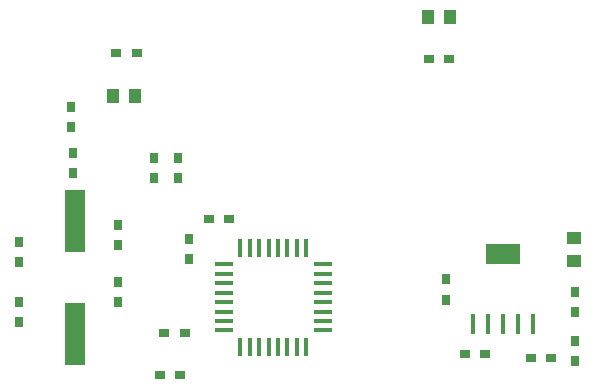
<source format=gbr>
G04 DipTrace 2.1.9.5*
%INTopPaste_noVias.gbr*%
%MOIN*%
%ADD39R,0.0432X0.0511*%
%ADD41R,0.0511X0.0432*%
%ADD43R,0.118X0.0707*%
%ADD45R,0.0156X0.0707*%
%ADD53R,0.0707X0.2085*%
%ADD55R,0.0589X0.0117*%
%ADD57R,0.0117X0.0589*%
%ADD59R,0.0353X0.0314*%
%ADD61R,0.0314X0.0353*%
%FSLAX44Y44*%
%SFA1B1*%
%OFA0B0*%
G04*
G70*
G90*
G75*
G01*
%LNTopPaste*%
%LPD*%
D61*
X9877Y13253D3*
Y12584D3*
Y10691D3*
Y11360D3*
D59*
X13558Y13446D3*
X12889D3*
D61*
X12224Y12111D3*
Y12780D3*
X8355Y15650D3*
Y14980D3*
X11877Y14815D3*
Y15484D3*
X11065Y14815D3*
Y15484D3*
D57*
X13940Y9190D3*
X14255D3*
X14570D3*
X14885D3*
X15200D3*
X15515D3*
X15830D3*
X16145D3*
D55*
X16696Y9741D3*
Y10056D3*
Y10371D3*
Y10686D3*
Y11001D3*
Y11316D3*
Y11631D3*
Y11946D3*
D57*
X16145Y12497D3*
X15830D3*
X15515D3*
X15200D3*
X14885D3*
X14570D3*
X14255D3*
X13940D3*
D55*
X13389Y11946D3*
Y11631D3*
Y11316D3*
Y11001D3*
Y10686D3*
Y10371D3*
Y10056D3*
Y9741D3*
D53*
X8440Y13378D3*
Y9638D3*
D61*
X8315Y17190D3*
Y16521D3*
X6565Y12021D3*
Y12690D3*
Y10690D3*
Y10021D3*
D45*
X21690Y9940D3*
X22190D3*
X22690D3*
X23190D3*
X23690D3*
D43*
X22690Y12302D3*
D59*
X21440Y8940D3*
X22109D3*
D61*
X20815Y11440D3*
Y10771D3*
D59*
X24313Y8816D3*
X23644D3*
D61*
X25105Y9400D3*
Y8730D3*
Y11025D3*
Y10355D3*
D41*
X25064Y12066D3*
Y12814D3*
D39*
X10438Y17565D3*
X9690D3*
D59*
X10485Y19003D3*
X9815D3*
X11921Y8254D3*
X11252D3*
X12087Y9668D3*
X11418D3*
D39*
X20939Y20191D3*
X20191D3*
D59*
X20900Y18775D3*
X20230D3*
M02*

</source>
